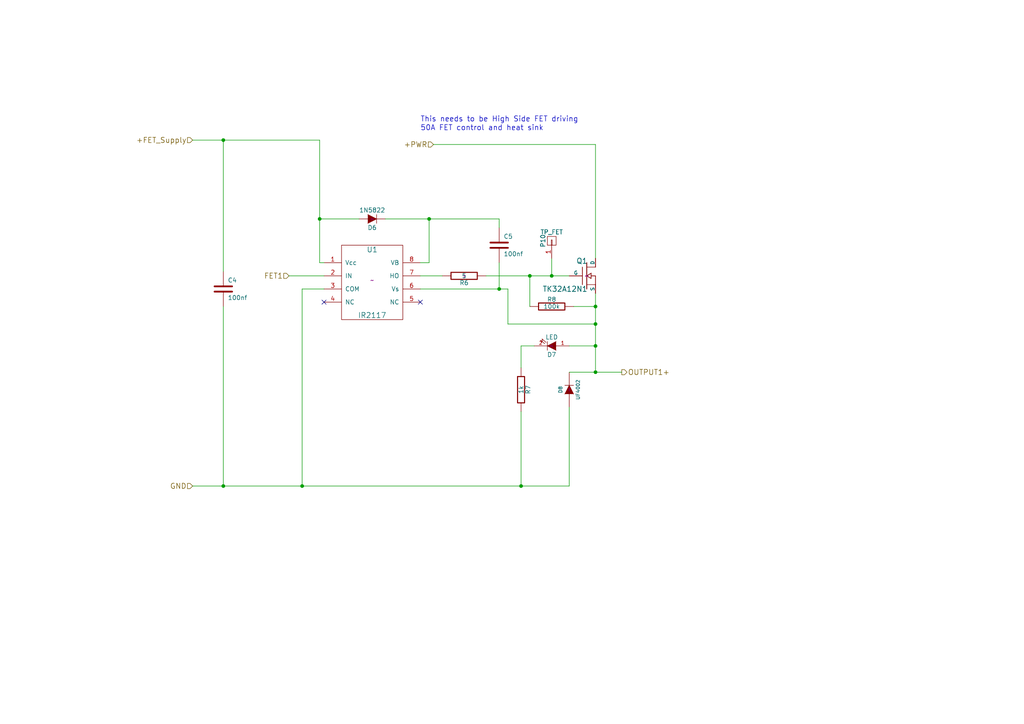
<source format=kicad_sch>
(kicad_sch (version 20230121) (generator eeschema)
  (paper "A4")
  (title_block (title "Renewable Regulator") (date "2017-04-04") (rev "1") (company "RE-Innovation"))
  (lib_symbols
    (symbol "RenewableRegulatorPCB_2017-rescue:C-RESCUE-RenewableRegulatorPCB_2017" (pin_numbers hide) (pin_names (offset 0.254))
      (property "Reference" "C" (at 1.27 2.54 0))
      (property "Value" "C-RESCUE-RenewableRegulatorPCB_2017" (at 1.27 -2.54 0))
      (symbol "C-RESCUE-RenewableRegulatorPCB_2017_0_1"
        (polyline (pts (xy -2.54 -0.762) (xy 2.54 -0.762)) (stroke (width 0.508)))
        (polyline (pts (xy -2.54 0.762) (xy 2.54 0.762)) (stroke (width 0.508)))
      )
      (symbol "C-RESCUE-RenewableRegulatorPCB_2017_1_1"
        (pin passive line (at 0 5.08 270) (length 4.318) (name "~") (number "1"))
        (pin passive line (at 0 -5.08 90) (length 4.318) (name "~") (number "2"))
      )
    )
    (symbol "RenewableRegulatorPCB_2017-rescue:CONN_01X01" (pin_names (offset 1.016) hide)
      (property "Reference" "P" (at 0 2.54 0))
      (property "Value" "CONN_01X01" (at 2.54 0 90))
      (symbol "CONN_01X01_0_1"
        (rectangle (start -1.27 0.127) (end 0.254 -0.127))
        (rectangle (start -1.27 1.27) (end 1.27 -1.27))
      )
      (symbol "CONN_01X01_1_1"
        (pin passive line (at -5.08 0 0) (length 3.81) (name "P1") (number "1"))
      )
    )
    (symbol "RenewableRegulatorPCB_2017-rescue:D" (pin_numbers hide) (pin_names (offset 1.016) hide)
      (property "Reference" "D" (at 0 2.54 0))
      (property "Value" "D" (at 0 -2.54 0))
      (symbol "D_0_1"
        (polyline (pts (xy -1.27 1.27) (xy -1.27 -1.27)) (stroke (width 0.1524)))
        (polyline (pts (xy 1.27 1.27) (xy -1.27 0) (xy 1.27 -1.27)) (fill (type outline)))
      )
      (symbol "D_1_1"
        (pin passive line (at -3.81 0 0) (length 2.54) (name "K") (number "1"))
        (pin passive line (at 3.81 0 180) (length 2.54) (name "A") (number "2"))
      )
    )
    (symbol "RenewableRegulatorPCB_2017-rescue:IR2117" (pin_names (offset 1.016))
      (property "Reference" "U" (at 0 8.89 0))
      (property "Value" "IR2117" (at 0 -10.16 0))
      (symbol "IR2117_0_1"
        (rectangle (start -8.89 10.16) (end 8.89 -11.43))
      )
      (symbol "IR2117_1_1"
        (pin input line (at -13.97 5.08 0) (length 5.08) (name "Vcc") (number "1"))
        (pin input line (at -13.97 1.27 0) (length 5.08) (name "IN") (number "2"))
        (pin input line (at -13.97 -2.54 0) (length 5.08) (name "COM") (number "3"))
        (pin input line (at -13.97 -6.35 0) (length 5.08) (name "NC") (number "4"))
        (pin input line (at 13.97 -6.35 180) (length 5.08) (name "NC") (number "5"))
        (pin input line (at 13.97 -2.54 180) (length 5.08) (name "Vs") (number "6"))
        (pin input line (at 13.97 1.27 180) (length 5.08) (name "HO") (number "7"))
        (pin input line (at 13.97 5.08 180) (length 5.08) (name "VB") (number "8"))
      )
    )
    (symbol "RenewableRegulatorPCB_2017-rescue:LED-RESCUE-RenewableRegulatorPCB_2017" (pin_names (offset 1.016) hide)
      (property "Reference" "D" (at 0 2.54 0))
      (property "Value" "LED-RESCUE-RenewableRegulatorPCB_2017" (at 0 -2.54 0))
      (symbol "LED-RESCUE-RenewableRegulatorPCB_2017_0_1"
        (polyline (pts (xy 1.27 1.27) (xy 1.27 -1.27)))
        (polyline (pts (xy -1.27 1.27) (xy 1.27 0) (xy -1.27 -1.27)) (fill (type outline)))
        (polyline (pts (xy 1.651 -1.016) (xy 2.794 -2.032) (xy 2.667 -1.397)))
        (polyline (pts (xy 2.032 -0.635) (xy 3.175 -1.651) (xy 3.048 -1.016)))
      )
      (symbol "LED-RESCUE-RenewableRegulatorPCB_2017_1_1"
        (pin passive line (at -5.08 0 0) (length 3.81) (name "A") (number "1"))
        (pin passive line (at 5.08 0 180) (length 3.81) (name "K") (number "2"))
      )
    )
    (symbol "RenewableRegulatorPCB_2017-rescue:R-RESCUE-RenewableRegulatorPCB_2017" (pin_numbers hide) (pin_names (offset 0))
      (property "Reference" "R" (at 2.032 0 90))
      (property "Value" "R-RESCUE-RenewableRegulatorPCB_2017" (at 0 0 90))
      (symbol "R-RESCUE-RenewableRegulatorPCB_2017_0_1"
        (rectangle (start -1.016 3.81) (end 1.016 -3.81) (stroke (width 0.3048)))
      )
      (symbol "R-RESCUE-RenewableRegulatorPCB_2017_1_1"
        (pin passive line (at 0 6.35 270) (length 2.54) (name "~") (number "1"))
        (pin passive line (at 0 -6.35 90) (length 2.54) (name "~") (number "2"))
      )
    )
    (symbol "RenewableRegulatorPCB_2017:DIODE" (pin_numbers hide) (pin_names (offset 1.016) hide)
      (property "Reference" "D" (at 0 2.54 0))
      (property "Value" "DIODE" (at 0 -2.54 0))
      (symbol "DIODE_0_1"
        (polyline (pts (xy 1.27 1.27) (xy 1.27 -1.27)) (stroke (width 0.1524)))
        (polyline (pts (xy -1.27 1.27) (xy 1.27 0) (xy -1.27 -1.27)) (fill (type outline)))
      )
      (symbol "DIODE_1_1"
        (pin passive line (at 5.08 0 180) (length 3.81) (name "K") (number "1"))
        (pin passive line (at -5.08 0 0) (length 3.81) (name "A") (number "2"))
      )
    )
    (symbol "RenewableRegulatorPCB_2017:MOSFET_N" (pin_numbers hide) (pin_names (offset 0))
      (property "Reference" "Q" (at 0.254 4.318 0))
      (property "Value" "MOSFET_N" (at 0.254 -3.81 0))
      (symbol "MOSFET_N_0_1"
        (polyline (pts (xy -1.27 -2.54) (xy -1.27 2.54)) (stroke (width 0.2032)))
        (polyline (pts (xy 0 -3.81) (xy 0 3.81)) (stroke (width 0.254)))
        (polyline (pts (xy 2.54 -2.54) (xy 0 -2.54)))
        (polyline (pts (xy 2.54 2.54) (xy 0 2.54)))
        (polyline (pts (xy 2.54 -2.54) (xy 2.54 0) (xy 1.27 0)) (stroke (width 0.2032)))
        (polyline (pts (xy 1.27 0.762) (xy 1.27 -0.762) (xy 0 0) (xy 1.27 0.762) (xy 1.27 0.762)) (stroke (width 0.2032)))
      )
      (symbol "MOSFET_N_1_1"
        (pin passive line (at 2.54 5.08 270) (length 2.54) (name "D") (number "D"))
        (pin input line (at -5.08 0 0) (length 3.81) (name "G") (number "G"))
        (pin passive line (at 2.54 -5.08 90) (length 2.54) (name "S") (number "S"))
      )
    )
  )
  (junction (at 172.72 93.98))
  (junction (at 64.77 140.97))
  (junction (at 153.67 80.01))
  (junction (at 160.02 80.01))
  (junction (at 87.63 140.97))
  (junction (at 172.72 107.95))
  (junction (at 172.72 88.9))
  (junction (at 64.77 40.64))
  (junction (at 124.46 63.5))
  (junction (at 151.13 140.97))
  (junction (at 172.72 100.33))
  (junction (at 144.78 83.82))
  (junction (at 92.71 63.5))
  (no_connect (at 121.92 87.63))
  (no_connect (at 93.98 87.63))
  (wire (pts (xy 124.46 76.2) (xy 121.92 76.2)))
  (wire (pts (xy 172.72 85.09) (xy 172.72 88.9)))
  (wire (pts (xy 147.32 83.82) (xy 147.32 93.98)))
  (wire (pts (xy 165.1 100.33) (xy 172.72 100.33)))
  (wire (pts (xy 151.13 106.68) (xy 151.13 100.33)))
  (wire (pts (xy 124.46 63.5) (xy 144.78 63.5)))
  (wire (pts (xy 93.98 83.82) (xy 87.63 83.82)))
  (wire (pts (xy 83.82 80.01) (xy 93.98 80.01)))
  (wire (pts (xy 92.71 63.5) (xy 104.14 63.5)))
  (wire (pts (xy 121.92 80.01) (xy 128.27 80.01)))
  (wire (pts (xy 121.92 83.82) (xy 144.78 83.82)))
  (wire (pts (xy 144.78 76.2) (xy 144.78 83.82)))
  (wire (pts (xy 64.77 40.64) (xy 92.71 40.64)))
  (wire (pts (xy 55.88 140.97) (xy 64.77 140.97)))
  (wire (pts (xy 172.72 100.33) (xy 172.72 107.95)))
  (wire (pts (xy 92.71 76.2) (xy 93.98 76.2)))
  (wire (pts (xy 92.71 63.5) (xy 92.71 76.2)))
  (wire (pts (xy 153.67 80.01) (xy 160.02 80.01)))
  (wire (pts (xy 172.72 88.9) (xy 172.72 93.98)))
  (wire (pts (xy 92.71 40.64) (xy 92.71 63.5)))
  (wire (pts (xy 55.88 40.64) (xy 64.77 40.64)))
  (wire (pts (xy 111.76 63.5) (xy 124.46 63.5)))
  (wire (pts (xy 165.1 107.95) (xy 172.72 107.95)))
  (wire (pts (xy 64.77 88.9) (xy 64.77 140.97)))
  (wire (pts (xy 153.67 88.9) (xy 153.67 80.01)))
  (wire (pts (xy 160.02 80.01) (xy 165.1 80.01)))
  (wire (pts (xy 64.77 78.74) (xy 64.77 40.64)))
  (wire (pts (xy 160.02 74.93) (xy 160.02 80.01)))
  (wire (pts (xy 87.63 83.82) (xy 87.63 140.97)))
  (wire (pts (xy 140.97 80.01) (xy 153.67 80.01)))
  (wire (pts (xy 87.63 140.97) (xy 151.13 140.97)))
  (wire (pts (xy 151.13 100.33) (xy 154.94 100.33)))
  (wire (pts (xy 144.78 63.5) (xy 144.78 66.04)))
  (wire (pts (xy 64.77 140.97) (xy 87.63 140.97)))
  (wire (pts (xy 147.32 93.98) (xy 172.72 93.98)))
  (wire (pts (xy 124.46 63.5) (xy 124.46 76.2)))
  (wire (pts (xy 125.73 41.91) (xy 172.72 41.91)))
  (wire (pts (xy 144.78 83.82) (xy 147.32 83.82)))
  (wire (pts (xy 151.13 119.38) (xy 151.13 140.97)))
  (wire (pts (xy 172.72 41.91) (xy 172.72 74.93)))
  (wire (pts (xy 172.72 93.98) (xy 172.72 100.33)))
  (wire (pts (xy 165.1 140.97) (xy 165.1 118.11)))
  (wire (pts (xy 172.72 107.95) (xy 180.34 107.95)))
  (wire (pts (xy 166.37 88.9) (xy 172.72 88.9)))
  (wire (pts (xy 151.13 140.97) (xy 165.1 140.97)))
  (text "50A FET control and heat sink" (at 121.92 38.1 0) (effects (font (size 1.524 1.524)) (justify left bottom)))
  (text "This needs to be High Side FET driving" (at 121.92 35.56 0) (effects (font (size 1.524 1.524)) (justify left bottom)))
  (hierarchical_label "+PWR" (shape input) (at 125.73 41.91 180) (effects (font (size 1.524 1.524))))
  (hierarchical_label "GND" (shape input) (at 55.88 140.97 180) (effects (font (size 1.524 1.524))))
  (hierarchical_label "FET1" (shape input) (at 83.82 80.01 180) (effects (font (size 1.524 1.524))))
  (hierarchical_label "+FET_Supply" (shape input) (at 55.88 40.64 180) (effects (font (size 1.524 1.524))))
  (hierarchical_label "OUTPUT1+" (shape output) (at 180.34 107.95 0) (effects (font (size 1.524 1.524))))
  (symbol (lib_id "RenewableRegulatorPCB_2017-rescue:C-RESCUE-RenewableRegulatorPCB_2017") (at 64.77 83.82 0) (unit 1)
    (property "Reference" "C4" (at 66.04 81.28 0) (effects (justify left)))
    (property "Value" "100nf" (at 66.04 86.36 0) (effects (justify left)))
    (property "Footprint" "matts_components:C1_wide_lg_pad" (effects hide))
  )
  (symbol (lib_id "RenewableRegulatorPCB_2017:MOSFET_N") (at 170.18 80.01 0) (unit 1)
    (property "Reference" "Q1" (at 170.434 75.692 0) (effects (font (size 1.524 1.524)) (justify right)))
    (property "Value" "TK32A12N1" (at 170.434 83.82 0) (effects (font (size 1.524 1.524)) (justify right)))
    (property "Footprint" "matts_components:TO220_VERT_BUZ11_matt" (effects hide))
    (property "Datasheet" "http://uk.rs-online.com/web/p/mosfet-transistors/8962344/" (effects hide))
    (property "Notes" "~" (at 170.18 80.01 0) (effects (font (size 1.524 1.524))))
    (property "Description" "N Channel MOSFET 60A 120V Rds 13m" (effects hide))
    (property "Manufacturer" "Toshiba" (effects hide))
    (property "Manufacturer Part No" "TK32A12N1,S4X" (effects hide))
    (property "Supplier 1" "RS" (effects hide))
    (property "Supplier 1 Part No" "896-2344" (effects hide))
    (property "Supplier 1 Cost" "0.41" (effects hide))
  )
  (symbol (lib_id "RenewableRegulatorPCB_2017-rescue:R-RESCUE-RenewableRegulatorPCB_2017") (at 160.02 88.9 90) (unit 1)
    (property "Reference" "R8" (at 160.02 86.868 90))
    (property "Value" "100k" (at 160.02 88.9 90))
    (property "Footprint" "REInnovationFootprint:TH_Resistor_1" (effects hide))
  )
  (symbol (lib_id "RenewableRegulatorPCB_2017-rescue:R-RESCUE-RenewableRegulatorPCB_2017") (at 151.13 113.03 0) (unit 1)
    (property "Reference" "R7" (at 153.162 113.03 90))
    (property "Value" "1k" (at 151.13 113.03 90))
    (property "Footprint" "REInnovationFootprint:TH_Resistor_1" (effects hide))
  )
  (symbol (lib_id "RenewableRegulatorPCB_2017-rescue:LED-RESCUE-RenewableRegulatorPCB_2017") (at 160.02 100.33 180) (unit 1)
    (property "Reference" "D7" (at 160.02 102.87 0))
    (property "Value" "LED" (at 160.02 97.79 0))
    (property "Footprint" "REInnovationFootprint:TH_LED-5MM_larg_pad" (effects hide))
    (property "Notes" "~" (at 160.02 100.33 0) (effects (font (size 1.524 1.524))))
    (property "Supplier 1 Cost" "0.1" (effects hide))
  )
  (symbol (lib_id "RenewableRegulatorPCB_2017:DIODE") (at 165.1 113.03 90) (unit 1)
    (property "Reference" "D8" (at 162.56 113.03 0) (effects (font (size 1.016 1.016))))
    (property "Value" "UF4002" (at 167.64 113.03 0) (effects (font (size 1.016 1.016))))
    (property "Footprint" "REInnovationFootprint:TH_Diode_1" (effects hide))
    (property "Datasheet" "http://docs-europe.electrocomponents.com/webdocs/12cf/0900766b812cffe7.pdf" (effects hide))
    (property "Notes" "~" (at 165.1 113.03 0) (effects (font (size 1.524 1.524))))
    (property "Description" "Fast rectifier for Flyback. 100V" (effects hide))
    (property "Manufacturer" "Vishay" (effects hide))
    (property "Manufacturer Part No" "UF4002-E3" (effects hide))
    (property "Supplier 1" "RS" (effects hide))
    (property "Supplier 1 Part No" "628-9732" (effects hide))
    (property "Supplier 1 Cost" "0.12" (effects hide))
  )
  (symbol (lib_id "RenewableRegulatorPCB_2017-rescue:IR2117") (at 107.95 81.28 0) (unit 1)
    (property "Reference" "U1" (at 107.95 72.39 0) (effects (font (size 1.524 1.524))))
    (property "Value" "IR2117" (at 107.95 91.44 0) (effects (font (size 1.524 1.524))))
    (property "Footprint" "REInnovationFootprint:DIP-8_300_ELL" (effects hide))
    (property "Datasheet" "http://www.infineon.com/dgdl/ir2117.pdf?fileId=5546d462533600a4015355c84331168d" (effects hide))
    (property "Notes" "~" (at 107.95 81.28 0) (effects (font (size 1.524 1.524))))
    (property "Description" "High Voltage High Side FET driver" (effects hide))
    (property "Manufacturer" "Infineon" (effects hide))
    (property "Manufacturer Part No" "IR2117PBF" (effects hide))
    (property "Supplier 1" "RS" (effects hide))
    (property "Supplier 1 Part No" "540-9711" (effects hide))
    (property "Supplier 1 Cost" "1.76" (effects hide))
    (property "Supplier 2" "DigiKey" (effects hide))
  )
  (symbol (lib_id "RenewableRegulatorPCB_2017-rescue:D") (at 107.95 63.5 180) (unit 1)
    (property "Reference" "D6" (at 107.95 66.04 0))
    (property "Value" "1N5822" (at 107.95 60.96 0))
    (property "Footprint" "REInnovationFootprint:TH_Diode_1" (effects hide))
    (property "Datasheet" "http://docs-europe.electrocomponents.com/webdocs/14bb/0900766b814bbef7.pdf" (effects hide))
    (property "Notes" "~" (at 107.95 63.5 0) (effects (font (size 1.524 1.524))))
    (property "Description" "Schottky Diode >1A" (effects hide))
    (property "Manufacturer" "HY Electronic Corp" (effects hide))
    (property "Manufacturer Part No" "1N5822" (effects hide))
    (property "Supplier 1" "RS" (effects hide))
    (property "Supplier 1 Part No" "917-9102" (effects hide))
    (property "Supplier 1 Cost" "0.045" (effects hide))
  )
  (symbol (lib_id "RenewableRegulatorPCB_2017-rescue:C-RESCUE-RenewableRegulatorPCB_2017") (at 144.78 71.12 0) (unit 1)
    (property "Reference" "C5" (at 146.05 68.58 0) (effects (justify left)))
    (property "Value" "100nf" (at 146.05 73.66 0) (effects (justify left)))
    (property "Footprint" "matts_components:C1_wide_lg_pad" (effects hide))
  )
  (symbol (lib_id "RenewableRegulatorPCB_2017-rescue:R-RESCUE-RenewableRegulatorPCB_2017") (at 134.62 80.01 270) (unit 1)
    (property "Reference" "R6" (at 134.62 82.042 90))
    (property "Value" "5" (at 134.62 80.01 90))
    (property "Footprint" "REInnovationFootprint:TH_Resistor_1" (effects hide))
    (property "Notes" "~" (at 134.62 80.01 0) (effects (font (size 1.524 1.524))))
  )
  (symbol (lib_id "RenewableRegulatorPCB_2017-rescue:CONN_01X01") (at 160.02 69.85 90) (unit 1)
    (property "Reference" "P10" (at 157.48 69.85 0))
    (property "Value" "TP_FET" (at 160.02 67.31 90))
    (property "Footprint" "matts_components:1pin_0_8mm" (effects hide))
  )
)
</source>
